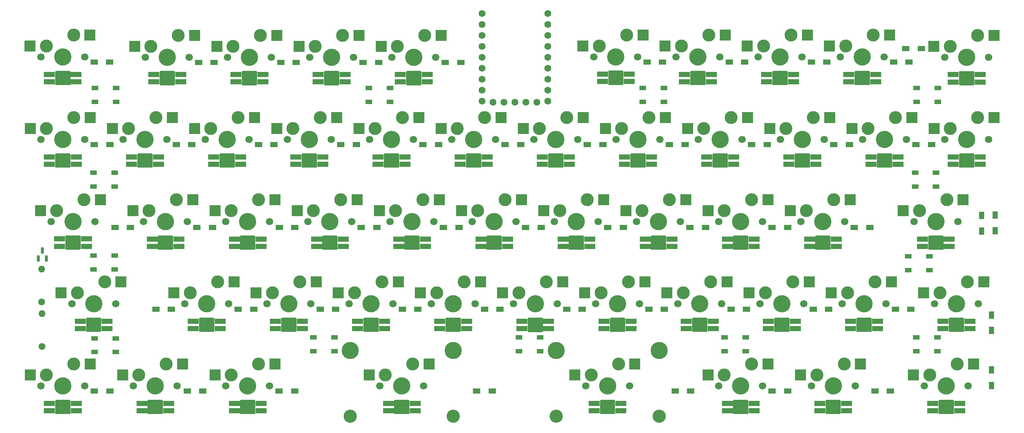
<source format=gbr>
G04 #@! TF.GenerationSoftware,KiCad,Pcbnew,(6.0.9)*
G04 #@! TF.CreationDate,2023-01-04T22:16:12+09:00*
G04 #@! TF.ProjectId,noraneko52r,6e6f7261-6e65-46b6-9f35-32722e6b6963,rev?*
G04 #@! TF.SameCoordinates,Original*
G04 #@! TF.FileFunction,Soldermask,Bot*
G04 #@! TF.FilePolarity,Negative*
%FSLAX46Y46*%
G04 Gerber Fmt 4.6, Leading zero omitted, Abs format (unit mm)*
G04 Created by KiCad (PCBNEW (6.0.9)) date 2023-01-04 22:16:12*
%MOMM*%
%LPD*%
G01*
G04 APERTURE LIST*
G04 Aperture macros list*
%AMRoundRect*
0 Rectangle with rounded corners*
0 $1 Rounding radius*
0 $2 $3 $4 $5 $6 $7 $8 $9 X,Y pos of 4 corners*
0 Add a 4 corners polygon primitive as box body*
4,1,4,$2,$3,$4,$5,$6,$7,$8,$9,$2,$3,0*
0 Add four circle primitives for the rounded corners*
1,1,$1+$1,$2,$3*
1,1,$1+$1,$4,$5*
1,1,$1+$1,$6,$7*
1,1,$1+$1,$8,$9*
0 Add four rect primitives between the rounded corners*
20,1,$1+$1,$2,$3,$4,$5,0*
20,1,$1+$1,$4,$5,$6,$7,0*
20,1,$1+$1,$6,$7,$8,$9,0*
20,1,$1+$1,$8,$9,$2,$3,0*%
G04 Aperture macros list end*
%ADD10C,4.000000*%
%ADD11C,1.700000*%
%ADD12C,3.000000*%
%ADD13R,2.600000X2.600000*%
%ADD14C,3.048000*%
%ADD15C,3.987800*%
%ADD16O,1.500000X3.300000*%
%ADD17O,0.300000X3.300000*%
%ADD18O,0.500000X3.300000*%
%ADD19O,3.500000X0.300000*%
%ADD20R,2.500000X1.200000*%
%ADD21R,1.700000X1.250000*%
%ADD22R,1.250000X1.700000*%
%ADD23R,1.500000X1.000000*%
%ADD24C,1.600000*%
%ADD25O,1.600000X1.600000*%
%ADD26RoundRect,0.150000X0.150000X-0.587500X0.150000X0.587500X-0.150000X0.587500X-0.150000X-0.587500X0*%
G04 APERTURE END LIST*
D10*
X279649500Y-99212500D03*
D11*
X274568418Y-99213239D03*
X284728418Y-99213239D03*
D12*
X282188418Y-94133239D03*
X275838418Y-96673239D03*
D13*
X285963418Y-94133239D03*
X272063418Y-96673239D03*
D12*
X301238418Y-94133239D03*
D10*
X298699500Y-99212500D03*
D11*
X303778418Y-99213239D03*
D12*
X294888418Y-96673239D03*
D11*
X293618418Y-99213239D03*
D13*
X305013418Y-94133239D03*
X291113418Y-96673239D03*
D12*
X185350918Y-58573239D03*
D10*
X189162000Y-61112500D03*
D11*
X194240918Y-61113239D03*
D12*
X191700918Y-56033239D03*
D11*
X184080918Y-61113239D03*
D13*
X195475918Y-56033239D03*
X181575918Y-58573239D03*
D11*
X141853418Y-80163239D03*
D12*
X132963418Y-77623239D03*
D10*
X136774500Y-80162500D03*
D11*
X131693418Y-80163239D03*
D12*
X139313418Y-75083239D03*
D13*
X143088418Y-75083239D03*
X129188418Y-77623239D03*
D10*
X270124500Y-118262500D03*
D12*
X272663418Y-113183239D03*
D11*
X275203418Y-118263239D03*
D12*
X266313418Y-115723239D03*
D11*
X265043418Y-118263239D03*
D13*
X276438418Y-113183239D03*
X262538418Y-115723239D03*
D11*
X145980918Y-61113239D03*
X156140918Y-61113239D03*
D12*
X147250918Y-58573239D03*
X153600918Y-56033239D03*
D10*
X151062000Y-61112500D03*
D13*
X157375918Y-56033239D03*
X143475918Y-58573239D03*
D11*
X118040918Y-118263239D03*
D10*
X112962000Y-118262500D03*
D12*
X109150918Y-115723239D03*
D11*
X107880918Y-118263239D03*
D12*
X115500918Y-113183239D03*
D13*
X119275918Y-113183239D03*
X105375918Y-115723239D03*
D12*
X313938918Y-115723239D03*
D11*
X322828918Y-118263239D03*
X312668918Y-118263239D03*
D12*
X320288918Y-113183239D03*
D10*
X317750000Y-118262500D03*
D13*
X324063918Y-113183239D03*
X310163918Y-115723239D03*
D11*
X315049418Y-99213239D03*
D10*
X320130500Y-99212500D03*
D12*
X316319418Y-96673239D03*
X322669418Y-94133239D03*
D11*
X325209418Y-99213239D03*
D13*
X326444418Y-94133239D03*
X312544418Y-96673239D03*
D10*
X155824500Y-80162500D03*
D12*
X158363418Y-75083239D03*
X152013418Y-77623239D03*
D11*
X160903418Y-80163239D03*
X150743418Y-80163239D03*
D13*
X162138418Y-75083239D03*
X148238418Y-77623239D03*
D12*
X194082418Y-113183239D03*
D11*
X186462418Y-118263239D03*
D14*
X179605500Y-125248239D03*
D10*
X191543500Y-118262500D03*
D11*
X196622418Y-118263239D03*
D15*
X203481500Y-110008239D03*
D12*
X187732418Y-115723239D03*
D14*
X203481500Y-125248239D03*
D15*
X179605500Y-110008239D03*
D13*
X197857418Y-113183239D03*
X183957418Y-115723239D03*
D11*
X246208918Y-41980739D03*
D12*
X243668918Y-36900739D03*
D11*
X236048918Y-41980739D03*
D10*
X241130000Y-41980000D03*
D12*
X237318918Y-39440739D03*
D13*
X247443918Y-36900739D03*
X233543918Y-39440739D03*
D10*
X265362000Y-61112500D03*
D11*
X270440918Y-61113239D03*
D12*
X261550918Y-58573239D03*
X267900918Y-56033239D03*
D11*
X260280918Y-61113239D03*
D13*
X271675918Y-56033239D03*
X257775918Y-58573239D03*
D10*
X146299500Y-99212500D03*
D12*
X142488418Y-96673239D03*
X148838418Y-94133239D03*
D11*
X141218418Y-99213239D03*
X151378418Y-99213239D03*
D13*
X152613418Y-94133239D03*
X138713418Y-96673239D03*
D10*
X279230000Y-41980000D03*
D11*
X274148918Y-41980739D03*
X284308918Y-41980739D03*
D12*
X275418918Y-39440739D03*
X281768918Y-36900739D03*
D13*
X285543918Y-36900739D03*
X271643918Y-39440739D03*
D11*
X298380918Y-61113239D03*
D12*
X299650918Y-58573239D03*
D10*
X303462000Y-61112500D03*
D11*
X308540918Y-61113239D03*
D12*
X306000918Y-56033239D03*
D13*
X309775918Y-56033239D03*
X295875918Y-58573239D03*
D12*
X237738418Y-96673239D03*
D11*
X246628418Y-99213239D03*
D10*
X241549500Y-99212500D03*
D11*
X236468418Y-99213239D03*
D12*
X244088418Y-94133239D03*
D13*
X247863418Y-94133239D03*
X233963418Y-96673239D03*
D10*
X322512000Y-61112500D03*
D11*
X327590918Y-61113239D03*
D12*
X318700918Y-58573239D03*
X325050918Y-56033239D03*
D11*
X317430918Y-61113239D03*
D13*
X328825918Y-56033239D03*
X314925918Y-58573239D03*
D12*
X158363418Y-113183239D03*
D10*
X155824500Y-118262500D03*
D11*
X150743418Y-118263239D03*
X160903418Y-118263239D03*
D12*
X152013418Y-115723239D03*
D13*
X162138418Y-113183239D03*
X148238418Y-115723239D03*
D11*
X241230918Y-61113239D03*
X251390918Y-61113239D03*
D12*
X248850918Y-56033239D03*
X242500918Y-58573239D03*
D10*
X246312000Y-61112500D03*
D13*
X252625918Y-56033239D03*
X238725918Y-58573239D03*
D11*
X217418418Y-99213239D03*
D12*
X225038418Y-94133239D03*
D11*
X227578418Y-99213239D03*
D10*
X222499500Y-99212500D03*
D12*
X218688418Y-96673239D03*
D13*
X228813418Y-94133239D03*
X214913418Y-96673239D03*
D12*
X133358918Y-39470739D03*
D11*
X132088918Y-42010739D03*
D10*
X137170000Y-42010000D03*
D11*
X142248918Y-42010739D03*
D12*
X139708918Y-36930739D03*
D13*
X143483918Y-36930739D03*
X129583918Y-39470739D03*
D12*
X204400918Y-58573239D03*
D10*
X208212000Y-61112500D03*
D11*
X213290918Y-61113239D03*
X203130918Y-61113239D03*
D12*
X210750918Y-56033239D03*
D13*
X214525918Y-56033239D03*
X200625918Y-58573239D03*
D10*
X120106000Y-99212500D03*
D11*
X115024918Y-99213239D03*
X125184918Y-99213239D03*
D12*
X116294918Y-96673239D03*
X122644918Y-94133239D03*
D13*
X126419918Y-94133239D03*
X112519918Y-96673239D03*
D11*
X320447418Y-80163239D03*
D12*
X317907418Y-75083239D03*
D11*
X310287418Y-80163239D03*
D10*
X315368500Y-80162500D03*
D12*
X311557418Y-77623239D03*
D13*
X321682418Y-75083239D03*
X307782418Y-77623239D03*
D12*
X134550918Y-56033239D03*
D11*
X126930918Y-61113239D03*
D12*
X128200918Y-58573239D03*
D11*
X137090918Y-61113239D03*
D10*
X132012000Y-61112500D03*
D13*
X138325918Y-56033239D03*
X124425918Y-58573239D03*
D11*
X118040918Y-61113239D03*
X107880918Y-61113239D03*
D12*
X109150918Y-58573239D03*
D10*
X112962000Y-61112500D03*
D12*
X115500918Y-56033239D03*
D13*
X119275918Y-56033239D03*
X105375918Y-58573239D03*
D12*
X161538418Y-96673239D03*
D11*
X170428418Y-99213239D03*
D12*
X167888418Y-94133239D03*
D10*
X165349500Y-99212500D03*
D11*
X160268418Y-99213239D03*
D13*
X171663418Y-94133239D03*
X157763418Y-96673239D03*
D10*
X156220000Y-42010000D03*
D11*
X151138918Y-42010739D03*
D12*
X152408918Y-39470739D03*
D11*
X161298918Y-42010739D03*
D12*
X158758918Y-36930739D03*
D13*
X162533918Y-36930739D03*
X148633918Y-39470739D03*
D10*
X112920000Y-41982500D03*
D11*
X117998918Y-41983239D03*
X107838918Y-41983239D03*
D12*
X109108918Y-39443239D03*
X115458918Y-36903239D03*
D13*
X119233918Y-36903239D03*
X105333918Y-39443239D03*
D10*
X270124500Y-80162500D03*
D11*
X275203418Y-80163239D03*
X265043418Y-80163239D03*
D12*
X272663418Y-75083239D03*
X266313418Y-77623239D03*
D13*
X276438418Y-75083239D03*
X262538418Y-77623239D03*
D11*
X189238918Y-42010739D03*
D12*
X190508918Y-39470739D03*
D11*
X199398918Y-42010739D03*
D12*
X196858918Y-36930739D03*
D10*
X194320000Y-42010000D03*
D13*
X200633918Y-36930739D03*
X186733918Y-39470739D03*
D11*
X317418918Y-42040739D03*
X327578918Y-42040739D03*
D12*
X318688918Y-39500739D03*
D10*
X322500000Y-42040000D03*
D12*
X325038918Y-36960739D03*
D13*
X328813918Y-36960739D03*
X314913918Y-39500739D03*
D12*
X223450918Y-58573239D03*
X229800918Y-56033239D03*
D11*
X232340918Y-61113239D03*
D10*
X227262000Y-61112500D03*
D11*
X222180918Y-61113239D03*
D13*
X233575918Y-56033239D03*
X219675918Y-58573239D03*
D11*
X110261918Y-80163239D03*
D12*
X117881918Y-75083239D03*
X111531918Y-77623239D03*
D11*
X120421918Y-80163239D03*
D10*
X115343000Y-80162500D03*
D13*
X121656918Y-75083239D03*
X107756918Y-77623239D03*
D11*
X265678418Y-99213239D03*
D12*
X263138418Y-94133239D03*
X256788418Y-96673239D03*
D10*
X260599500Y-99212500D03*
D11*
X255518418Y-99213239D03*
D13*
X266913418Y-94133239D03*
X253013418Y-96673239D03*
D11*
X265258918Y-41980739D03*
D10*
X260180000Y-41980000D03*
D12*
X256368918Y-39440739D03*
X262718918Y-36900739D03*
D11*
X255098918Y-41980739D03*
D13*
X266493918Y-36900739D03*
X252593918Y-39440739D03*
D12*
X300818918Y-36900739D03*
D11*
X303358918Y-41980739D03*
X293198918Y-41980739D03*
D12*
X294468918Y-39440739D03*
D10*
X298280000Y-41980000D03*
D13*
X304593918Y-36900739D03*
X290693918Y-39440739D03*
D12*
X280600918Y-58573239D03*
D11*
X279330918Y-61113239D03*
D12*
X286950918Y-56033239D03*
D10*
X284412000Y-61112500D03*
D11*
X289490918Y-61113239D03*
D13*
X290725918Y-56033239D03*
X276825918Y-58573239D03*
D12*
X234563418Y-75083239D03*
X228213418Y-77623239D03*
D11*
X226943418Y-80163239D03*
D10*
X232024500Y-80162500D03*
D11*
X237103418Y-80163239D03*
D13*
X238338418Y-75083239D03*
X224438418Y-77623239D03*
D11*
X256153418Y-80163239D03*
D12*
X247263418Y-77623239D03*
D11*
X245993418Y-80163239D03*
D12*
X253613418Y-75083239D03*
D10*
X251074500Y-80162500D03*
D13*
X257388418Y-75083239D03*
X243488418Y-77623239D03*
D12*
X130581918Y-115723239D03*
X136931918Y-113183239D03*
D11*
X139471918Y-118263239D03*
D10*
X134393000Y-118262500D03*
D11*
X129311918Y-118263239D03*
D13*
X140706918Y-113183239D03*
X126806918Y-115723239D03*
D10*
X212974500Y-80162500D03*
D11*
X218053418Y-80163239D03*
D12*
X215513418Y-75083239D03*
X209163418Y-77623239D03*
D11*
X207893418Y-80163239D03*
D13*
X219288418Y-75083239D03*
X205388418Y-77623239D03*
D11*
X180348918Y-42010739D03*
D10*
X175270000Y-42010000D03*
D12*
X177808918Y-36930739D03*
X171458918Y-39470739D03*
D11*
X170188918Y-42010739D03*
D13*
X181583918Y-36930739D03*
X167683918Y-39470739D03*
D12*
X205988418Y-94133239D03*
D11*
X208528418Y-99213239D03*
D10*
X203449500Y-99212500D03*
D11*
X198368418Y-99213239D03*
D12*
X199638418Y-96673239D03*
D13*
X209763418Y-94133239D03*
X195863418Y-96673239D03*
D12*
X294094418Y-113183239D03*
X287744418Y-115723239D03*
D10*
X291555500Y-118262500D03*
D11*
X286474418Y-118263239D03*
X296634418Y-118263239D03*
D13*
X297869418Y-113183239D03*
X283969418Y-115723239D03*
D10*
X193924500Y-80162500D03*
D12*
X190113418Y-77623239D03*
X196463418Y-75083239D03*
D11*
X199003418Y-80163239D03*
X188843418Y-80163239D03*
D13*
X200238418Y-75083239D03*
X186338418Y-77623239D03*
D12*
X186938418Y-94133239D03*
D11*
X189478418Y-99213239D03*
X179318418Y-99213239D03*
D12*
X180588418Y-96673239D03*
D10*
X184399500Y-99212500D03*
D13*
X190713418Y-94133239D03*
X176813418Y-96673239D03*
D11*
X244321518Y-118263239D03*
D12*
X241781518Y-113183239D03*
D14*
X251180600Y-125247500D03*
D10*
X239242600Y-118262500D03*
D12*
X235431518Y-115723239D03*
D14*
X227304600Y-125247500D03*
D15*
X227304600Y-110007500D03*
D11*
X234161518Y-118263239D03*
D15*
X251180600Y-110007500D03*
D13*
X245556518Y-113183239D03*
X231656518Y-115723239D03*
D11*
X169793418Y-80163239D03*
D12*
X177413418Y-75083239D03*
D11*
X179953418Y-80163239D03*
D10*
X174874500Y-80162500D03*
D12*
X171063418Y-77623239D03*
D13*
X181188418Y-75083239D03*
X167288418Y-77623239D03*
D12*
X291713418Y-75083239D03*
D11*
X294253418Y-80163239D03*
D10*
X289174500Y-80162500D03*
D11*
X284093418Y-80163239D03*
D12*
X285363418Y-77623239D03*
D13*
X295488418Y-75083239D03*
X281588418Y-77623239D03*
D11*
X175190918Y-61113239D03*
D12*
X172650918Y-56033239D03*
D10*
X170112000Y-61112500D03*
D11*
X165030918Y-61113239D03*
D12*
X166300918Y-58573239D03*
D13*
X176425918Y-56033239D03*
X162525918Y-58573239D03*
D16*
X155510000Y-46867500D03*
D17*
X157810000Y-46867500D03*
X154610000Y-46867500D03*
D16*
X156460000Y-46867500D03*
D18*
X154885000Y-46867500D03*
D16*
X156885000Y-46867500D03*
D18*
X157535000Y-46867500D03*
D19*
X156210000Y-45367500D03*
X156210000Y-48367500D03*
D20*
X159320000Y-47737500D03*
X159320000Y-46025000D03*
X153110000Y-46025000D03*
X153110000Y-47737500D03*
D16*
X137014500Y-85020000D03*
X136064500Y-85020000D03*
D18*
X138089500Y-85020000D03*
D19*
X136764500Y-86520000D03*
D18*
X135439500Y-85020000D03*
D17*
X138364500Y-85020000D03*
D16*
X137439500Y-85020000D03*
D17*
X135164500Y-85020000D03*
D19*
X136764500Y-83520000D03*
D20*
X139874500Y-85890000D03*
X139874500Y-84177500D03*
X133664500Y-84177500D03*
X133664500Y-85890000D03*
D19*
X239232600Y-124620000D03*
D16*
X239907600Y-123120000D03*
D19*
X239232600Y-121620000D03*
D18*
X237907600Y-123120000D03*
D16*
X238532600Y-123120000D03*
D17*
X240832600Y-123120000D03*
D16*
X239482600Y-123120000D03*
D17*
X237632600Y-123120000D03*
D18*
X240557600Y-123120000D03*
D20*
X242342600Y-123990000D03*
X242342600Y-122277500D03*
X236132600Y-122277500D03*
X236132600Y-123990000D03*
D16*
X166014500Y-104070000D03*
X164639500Y-104070000D03*
D17*
X166939500Y-104070000D03*
D18*
X166664500Y-104070000D03*
D16*
X165589500Y-104070000D03*
D19*
X165339500Y-102570000D03*
D18*
X164014500Y-104070000D03*
D17*
X163739500Y-104070000D03*
D19*
X165339500Y-105570000D03*
D20*
X168449500Y-104940000D03*
X168449500Y-103227500D03*
X162239500Y-103227500D03*
X162239500Y-104940000D03*
D21*
X271028000Y-43157500D03*
X267428000Y-43157500D03*
D19*
X112952000Y-64470000D03*
X112952000Y-67470000D03*
D16*
X113627000Y-65970000D03*
D18*
X111627000Y-65970000D03*
D17*
X114552000Y-65970000D03*
D16*
X112252000Y-65970000D03*
X113202000Y-65970000D03*
D17*
X111352000Y-65970000D03*
D18*
X114277000Y-65970000D03*
D20*
X116062000Y-66840000D03*
X116062000Y-65127500D03*
X109852000Y-65127500D03*
X109852000Y-66840000D03*
D16*
X317040000Y-123120000D03*
D17*
X319340000Y-123120000D03*
D16*
X317990000Y-123120000D03*
D18*
X316415000Y-123120000D03*
D16*
X318415000Y-123120000D03*
D17*
X316140000Y-123120000D03*
D19*
X317740000Y-121620000D03*
X317740000Y-124620000D03*
D18*
X319065000Y-123120000D03*
D20*
X320850000Y-123990000D03*
X320850000Y-122277500D03*
X314640000Y-122277500D03*
X314640000Y-123990000D03*
D21*
X123830000Y-119395000D03*
X120230000Y-119395000D03*
X276240000Y-62290000D03*
X272640000Y-62290000D03*
D16*
X120771000Y-104070000D03*
D18*
X118771000Y-104070000D03*
D17*
X121696000Y-104070000D03*
D16*
X119396000Y-104070000D03*
D19*
X120096000Y-102570000D03*
D16*
X120346000Y-104070000D03*
D17*
X118496000Y-104070000D03*
D19*
X120096000Y-105570000D03*
D18*
X121421000Y-104070000D03*
D20*
X123206000Y-104940000D03*
X123206000Y-103227500D03*
X116996000Y-103227500D03*
X116996000Y-104940000D03*
D18*
X113985000Y-85000000D03*
D17*
X113710000Y-85000000D03*
D19*
X115310000Y-83500000D03*
X115310000Y-86500000D03*
D16*
X114610000Y-85000000D03*
D17*
X116910000Y-85000000D03*
D16*
X115560000Y-85000000D03*
D18*
X116635000Y-85000000D03*
D16*
X115985000Y-85000000D03*
D20*
X118420000Y-85870000D03*
X118420000Y-84157500D03*
X112210000Y-84157500D03*
X112210000Y-85870000D03*
D16*
X146964500Y-104070000D03*
D18*
X144964500Y-104070000D03*
D19*
X146289500Y-102570000D03*
D17*
X147889500Y-104070000D03*
D16*
X146539500Y-104070000D03*
D18*
X147614500Y-104070000D03*
D16*
X145589500Y-104070000D03*
D19*
X146289500Y-105570000D03*
D17*
X144689500Y-104070000D03*
D20*
X149399500Y-104940000D03*
X149399500Y-103227500D03*
X143189500Y-103227500D03*
X143189500Y-104940000D03*
D22*
X329090000Y-82260000D03*
X329090000Y-78660000D03*
D17*
X268514500Y-85020000D03*
D16*
X270364500Y-85020000D03*
X270789500Y-85020000D03*
D18*
X268789500Y-85020000D03*
D17*
X271714500Y-85020000D03*
D18*
X271439500Y-85020000D03*
D19*
X270114500Y-86520000D03*
D16*
X269414500Y-85020000D03*
D19*
X270114500Y-83520000D03*
D20*
X273224500Y-85890000D03*
X273224500Y-84177500D03*
X267014500Y-84177500D03*
X267014500Y-85890000D03*
D16*
X113585000Y-46840000D03*
D19*
X112910000Y-48340000D03*
D17*
X111310000Y-46840000D03*
D19*
X112910000Y-45340000D03*
D16*
X112210000Y-46840000D03*
X113160000Y-46840000D03*
D18*
X111585000Y-46840000D03*
D17*
X114510000Y-46840000D03*
D18*
X114235000Y-46840000D03*
D20*
X116020000Y-47710000D03*
X116020000Y-45997500D03*
X109810000Y-45997500D03*
X109810000Y-47710000D03*
D23*
X120350000Y-110400000D03*
X120350000Y-107200000D03*
X125250000Y-107200000D03*
X125250000Y-110400000D03*
D16*
X297570000Y-46837500D03*
D17*
X299870000Y-46837500D03*
D19*
X298270000Y-48337500D03*
D16*
X298520000Y-46837500D03*
D18*
X299595000Y-46837500D03*
D17*
X296670000Y-46837500D03*
D16*
X298945000Y-46837500D03*
D18*
X296945000Y-46837500D03*
D19*
X298270000Y-45337500D03*
D20*
X301380000Y-47707500D03*
X301380000Y-45995000D03*
X295170000Y-45995000D03*
X295170000Y-47707500D03*
D21*
X309158000Y-43157500D03*
X305558000Y-43157500D03*
D17*
X262189500Y-104070000D03*
D18*
X259264500Y-104070000D03*
D16*
X260839500Y-104070000D03*
D17*
X258989500Y-104070000D03*
D19*
X260589500Y-105570000D03*
D16*
X259889500Y-104070000D03*
X261264500Y-104070000D03*
D19*
X260589500Y-102570000D03*
D18*
X261914500Y-104070000D03*
D20*
X263699500Y-104940000D03*
X263699500Y-103227500D03*
X257489500Y-103227500D03*
X257489500Y-104940000D03*
D21*
X295290000Y-62290000D03*
X291690000Y-62290000D03*
D16*
X194560000Y-46867500D03*
X194985000Y-46867500D03*
D17*
X195910000Y-46867500D03*
D19*
X194310000Y-48367500D03*
D18*
X192985000Y-46867500D03*
D19*
X194310000Y-45367500D03*
D17*
X192710000Y-46867500D03*
D18*
X195635000Y-46867500D03*
D16*
X193610000Y-46867500D03*
D20*
X197420000Y-47737500D03*
X197420000Y-46025000D03*
X191210000Y-46025000D03*
X191210000Y-47737500D03*
D16*
X227927000Y-65970000D03*
D19*
X227252000Y-67470000D03*
D18*
X228577000Y-65970000D03*
D16*
X227502000Y-65970000D03*
D17*
X225652000Y-65970000D03*
X228852000Y-65970000D03*
D16*
X226552000Y-65970000D03*
D19*
X227252000Y-64470000D03*
D18*
X225927000Y-65970000D03*
D20*
X230362000Y-66840000D03*
X230362000Y-65127500D03*
X224152000Y-65127500D03*
X224152000Y-66840000D03*
D21*
X257200000Y-62290000D03*
X253600000Y-62290000D03*
D18*
X135835000Y-46867500D03*
D19*
X137160000Y-45367500D03*
D16*
X137410000Y-46867500D03*
D19*
X137160000Y-48367500D03*
D16*
X136460000Y-46867500D03*
D17*
X135560000Y-46867500D03*
D16*
X137835000Y-46867500D03*
D18*
X138485000Y-46867500D03*
D17*
X138760000Y-46867500D03*
D20*
X140270000Y-47737500D03*
X140270000Y-46025000D03*
X134060000Y-46025000D03*
X134060000Y-47737500D03*
D17*
X130402000Y-65970000D03*
D19*
X132002000Y-67470000D03*
D18*
X130677000Y-65970000D03*
D16*
X131302000Y-65970000D03*
X132252000Y-65970000D03*
D17*
X133602000Y-65970000D03*
D16*
X132677000Y-65970000D03*
D18*
X133327000Y-65970000D03*
D19*
X132002000Y-64470000D03*
D20*
X135112000Y-66840000D03*
X135112000Y-65127500D03*
X128902000Y-65127500D03*
X128902000Y-66840000D03*
D16*
X221775000Y-104090000D03*
D19*
X222475000Y-105590000D03*
X222475000Y-102590000D03*
D18*
X223800000Y-104090000D03*
X221150000Y-104090000D03*
D17*
X224075000Y-104090000D03*
X220875000Y-104090000D03*
D16*
X223150000Y-104090000D03*
X222725000Y-104090000D03*
D20*
X225585000Y-104960000D03*
X225585000Y-103247500D03*
X219375000Y-103247500D03*
X219375000Y-104960000D03*
D18*
X239845000Y-46800000D03*
D17*
X239570000Y-46800000D03*
D16*
X241845000Y-46800000D03*
X240470000Y-46800000D03*
X241420000Y-46800000D03*
D17*
X242770000Y-46800000D03*
D19*
X241170000Y-48300000D03*
D18*
X242495000Y-46800000D03*
D19*
X241170000Y-45300000D03*
D20*
X244280000Y-47670000D03*
X244280000Y-45957500D03*
X238070000Y-45957500D03*
X238070000Y-47670000D03*
D21*
X205198000Y-43187500D03*
X201598000Y-43187500D03*
X223850000Y-81465000D03*
X220250000Y-81465000D03*
D24*
X108050000Y-98780000D03*
D25*
X108050000Y-91160000D03*
D18*
X292870500Y-123120000D03*
D16*
X292220500Y-123120000D03*
X291795500Y-123120000D03*
X290845500Y-123120000D03*
D19*
X291545500Y-124620000D03*
D17*
X289945500Y-123120000D03*
D18*
X290220500Y-123120000D03*
D17*
X293145500Y-123120000D03*
D19*
X291545500Y-121620000D03*
D20*
X294655500Y-123990000D03*
X294655500Y-122277500D03*
X288445500Y-122277500D03*
X288445500Y-123990000D03*
D16*
X269414500Y-123120000D03*
D19*
X270114500Y-121620000D03*
D17*
X268514500Y-123120000D03*
D16*
X270789500Y-123120000D03*
D19*
X270114500Y-124620000D03*
D18*
X268789500Y-123120000D03*
D17*
X271714500Y-123120000D03*
D16*
X270364500Y-123120000D03*
D18*
X271439500Y-123120000D03*
D20*
X273224500Y-123990000D03*
X273224500Y-122277500D03*
X267014500Y-122277500D03*
X267014500Y-123990000D03*
D18*
X252389500Y-85020000D03*
D19*
X251064500Y-86520000D03*
D16*
X251314500Y-85020000D03*
D19*
X251064500Y-83520000D03*
D16*
X251739500Y-85020000D03*
D18*
X249739500Y-85020000D03*
D17*
X249464500Y-85020000D03*
D16*
X250364500Y-85020000D03*
D17*
X252664500Y-85020000D03*
D20*
X254174500Y-85890000D03*
X254174500Y-84177500D03*
X247964500Y-84177500D03*
X247964500Y-85890000D03*
D21*
X200040000Y-62290000D03*
X196440000Y-62290000D03*
D19*
X265352000Y-67470000D03*
X265352000Y-64470000D03*
D18*
X266677000Y-65970000D03*
D16*
X266027000Y-65970000D03*
D17*
X263752000Y-65970000D03*
X266952000Y-65970000D03*
D16*
X264652000Y-65970000D03*
D18*
X264027000Y-65970000D03*
D16*
X265602000Y-65970000D03*
D20*
X268462000Y-66840000D03*
X268462000Y-65127500D03*
X262252000Y-65127500D03*
X262252000Y-66840000D03*
D18*
X323815000Y-46897500D03*
D19*
X322490000Y-48397500D03*
D16*
X322740000Y-46897500D03*
D18*
X321165000Y-46897500D03*
D16*
X321790000Y-46897500D03*
X323165000Y-46897500D03*
D19*
X322490000Y-45397500D03*
D17*
X324090000Y-46897500D03*
X320890000Y-46897500D03*
D20*
X325600000Y-47767500D03*
X325600000Y-46055000D03*
X319390000Y-46055000D03*
X319390000Y-47767500D03*
D18*
X318795500Y-104070000D03*
D19*
X320120500Y-102570000D03*
D16*
X319420500Y-104070000D03*
D17*
X321720500Y-104070000D03*
D16*
X320370500Y-104070000D03*
D18*
X321445500Y-104070000D03*
D19*
X320120500Y-105570000D03*
D17*
X318520500Y-104070000D03*
D16*
X320795500Y-104070000D03*
D20*
X323230500Y-104940000D03*
X323230500Y-103227500D03*
X317020500Y-103227500D03*
X317020500Y-104940000D03*
D21*
X304810000Y-119395000D03*
X301210000Y-119395000D03*
D23*
X124975000Y-88000000D03*
X124975000Y-91200000D03*
X120075000Y-91200000D03*
X120075000Y-88000000D03*
D21*
X157190000Y-100475000D03*
X153590000Y-100475000D03*
D16*
X175935000Y-46867500D03*
D19*
X175260000Y-45367500D03*
X175260000Y-48367500D03*
D18*
X173935000Y-46867500D03*
D17*
X173660000Y-46867500D03*
D16*
X175510000Y-46867500D03*
D18*
X176585000Y-46867500D03*
D17*
X176860000Y-46867500D03*
D16*
X174560000Y-46867500D03*
D20*
X178370000Y-47737500D03*
X178370000Y-46025000D03*
X172160000Y-46025000D03*
X172160000Y-47737500D03*
D16*
X231314500Y-85020000D03*
D17*
X230414500Y-85020000D03*
X233614500Y-85020000D03*
D19*
X232014500Y-83520000D03*
D18*
X233339500Y-85020000D03*
X230689500Y-85020000D03*
D16*
X232689500Y-85020000D03*
D19*
X232014500Y-86520000D03*
D16*
X232264500Y-85020000D03*
D20*
X235124500Y-85890000D03*
X235124500Y-84177500D03*
X228914500Y-84177500D03*
X228914500Y-85890000D03*
D18*
X204764500Y-104070000D03*
D16*
X204114500Y-104070000D03*
D17*
X205039500Y-104070000D03*
X201839500Y-104070000D03*
D16*
X203689500Y-104070000D03*
X202739500Y-104070000D03*
D19*
X203439500Y-105570000D03*
X203439500Y-102570000D03*
D18*
X202114500Y-104070000D03*
D20*
X206549500Y-104940000D03*
X206549500Y-103227500D03*
X200339500Y-103227500D03*
X200339500Y-104940000D03*
D23*
X308950000Y-91400000D03*
X308950000Y-88200000D03*
X313850000Y-88200000D03*
X313850000Y-91400000D03*
D21*
X180980000Y-62290000D03*
X177380000Y-62290000D03*
D16*
X193214500Y-85020000D03*
X194589500Y-85020000D03*
D18*
X195239500Y-85020000D03*
D16*
X194164500Y-85020000D03*
D19*
X193914500Y-86520000D03*
D17*
X192314500Y-85020000D03*
X195514500Y-85020000D03*
D19*
X193914500Y-83520000D03*
D18*
X192589500Y-85020000D03*
D20*
X197024500Y-85890000D03*
X197024500Y-84177500D03*
X190814500Y-84177500D03*
X190814500Y-85890000D03*
D21*
X166690000Y-119395000D03*
X163090000Y-119395000D03*
D17*
X301852000Y-65970000D03*
D18*
X302127000Y-65970000D03*
D16*
X303702000Y-65970000D03*
D18*
X304777000Y-65970000D03*
D16*
X302752000Y-65970000D03*
D17*
X305052000Y-65970000D03*
D19*
X303452000Y-64470000D03*
D16*
X304127000Y-65970000D03*
D19*
X303452000Y-67470000D03*
D20*
X306562000Y-66840000D03*
X306562000Y-65127500D03*
X300352000Y-65127500D03*
X300352000Y-66840000D03*
D19*
X241539500Y-105570000D03*
D17*
X239939500Y-104070000D03*
X243139500Y-104070000D03*
D18*
X240214500Y-104070000D03*
X242864500Y-104070000D03*
D16*
X241789500Y-104070000D03*
D19*
X241539500Y-102570000D03*
D16*
X240839500Y-104070000D03*
X242214500Y-104070000D03*
D20*
X244649500Y-104940000D03*
X244649500Y-103227500D03*
X238439500Y-103227500D03*
X238439500Y-104940000D03*
D21*
X311960000Y-40005000D03*
X308360000Y-40005000D03*
D17*
X211364500Y-85020000D03*
X214564500Y-85020000D03*
D16*
X213214500Y-85020000D03*
D18*
X211639500Y-85020000D03*
D16*
X212264500Y-85020000D03*
X213639500Y-85020000D03*
D19*
X212964500Y-83520000D03*
X212964500Y-86520000D03*
D18*
X214289500Y-85020000D03*
D20*
X216074500Y-85890000D03*
X216074500Y-84177500D03*
X209864500Y-84177500D03*
X209864500Y-85890000D03*
D22*
X325935000Y-82340000D03*
X325935000Y-78740000D03*
D16*
X288464500Y-85020000D03*
D18*
X290489500Y-85020000D03*
D17*
X290764500Y-85020000D03*
D16*
X289414500Y-85020000D03*
D18*
X287839500Y-85020000D03*
D19*
X289164500Y-86520000D03*
X289164500Y-83520000D03*
D17*
X287564500Y-85020000D03*
D16*
X289839500Y-85020000D03*
D20*
X292274500Y-85890000D03*
X292274500Y-84177500D03*
X286064500Y-84177500D03*
X286064500Y-85890000D03*
D21*
X242900000Y-81465000D03*
X239300000Y-81465000D03*
X309560000Y-100475000D03*
X305960000Y-100475000D03*
D23*
X171050000Y-110200000D03*
X171050000Y-107000000D03*
X175950000Y-107000000D03*
X175950000Y-110200000D03*
D21*
X300050000Y-81465000D03*
X296450000Y-81465000D03*
X280990000Y-81465000D03*
X277390000Y-81465000D03*
D23*
X252291667Y-49170000D03*
X252291667Y-52370000D03*
X247391667Y-52370000D03*
X247391667Y-49170000D03*
D17*
X320902000Y-65970000D03*
D18*
X323827000Y-65970000D03*
D16*
X323177000Y-65970000D03*
D19*
X322502000Y-67470000D03*
D16*
X322752000Y-65970000D03*
D19*
X322502000Y-64470000D03*
D18*
X321177000Y-65970000D03*
D17*
X324102000Y-65970000D03*
D16*
X321802000Y-65970000D03*
D20*
X325612000Y-66840000D03*
X325612000Y-65127500D03*
X319402000Y-65127500D03*
X319402000Y-66840000D03*
D23*
X124950000Y-68800000D03*
X124950000Y-72000000D03*
X120050000Y-72000000D03*
X120050000Y-68800000D03*
D21*
X258500000Y-119395000D03*
X254900000Y-119395000D03*
D18*
X300014500Y-104070000D03*
D16*
X298939500Y-104070000D03*
X299364500Y-104070000D03*
D17*
X300289500Y-104070000D03*
D19*
X298689500Y-102570000D03*
D16*
X297989500Y-104070000D03*
D19*
X298689500Y-105570000D03*
D18*
X297364500Y-104070000D03*
D17*
X297089500Y-104070000D03*
D20*
X301799500Y-104940000D03*
X301799500Y-103227500D03*
X295589500Y-103227500D03*
X295589500Y-104940000D03*
D21*
X145380000Y-119395000D03*
X141780000Y-119395000D03*
D17*
X209802000Y-65970000D03*
D19*
X208202000Y-64470000D03*
D17*
X206602000Y-65970000D03*
D19*
X208202000Y-67470000D03*
D16*
X208877000Y-65970000D03*
X208452000Y-65970000D03*
D18*
X206877000Y-65970000D03*
X209527000Y-65970000D03*
D16*
X207502000Y-65970000D03*
D20*
X211312000Y-66840000D03*
X211312000Y-65127500D03*
X205102000Y-65127500D03*
X205102000Y-66840000D03*
D21*
X219090000Y-62290000D03*
X215490000Y-62290000D03*
D19*
X284402000Y-67470000D03*
D16*
X283702000Y-65970000D03*
D18*
X285727000Y-65970000D03*
D19*
X284402000Y-64470000D03*
D16*
X285077000Y-65970000D03*
D17*
X286002000Y-65970000D03*
D16*
X284652000Y-65970000D03*
D18*
X283077000Y-65970000D03*
D17*
X282802000Y-65970000D03*
D20*
X287512000Y-66840000D03*
X287512000Y-65127500D03*
X281302000Y-65127500D03*
X281302000Y-66840000D03*
D16*
X190833500Y-123120000D03*
D17*
X193133500Y-123120000D03*
D19*
X191533500Y-121620000D03*
D18*
X192858500Y-123120000D03*
D19*
X191533500Y-124620000D03*
D18*
X190208500Y-123120000D03*
D16*
X191783500Y-123120000D03*
X192208500Y-123120000D03*
D17*
X189933500Y-123120000D03*
D20*
X194643500Y-123990000D03*
X194643500Y-122277500D03*
X188433500Y-122277500D03*
X188433500Y-123990000D03*
D23*
X315420000Y-68800000D03*
X315420000Y-72000000D03*
X310520000Y-72000000D03*
X310520000Y-68800000D03*
D17*
X171702000Y-65970000D03*
D18*
X171427000Y-65970000D03*
D16*
X170352000Y-65970000D03*
X170777000Y-65970000D03*
D18*
X168777000Y-65970000D03*
D17*
X168502000Y-65970000D03*
D19*
X170102000Y-67470000D03*
X170102000Y-64470000D03*
D16*
X169402000Y-65970000D03*
D20*
X173212000Y-66840000D03*
X173212000Y-65127500D03*
X167002000Y-65127500D03*
X167002000Y-66840000D03*
D16*
X315608500Y-85020000D03*
D18*
X314033500Y-85020000D03*
D19*
X315358500Y-83520000D03*
D16*
X314658500Y-85020000D03*
X316033500Y-85020000D03*
D19*
X315358500Y-86520000D03*
D17*
X316958500Y-85020000D03*
D18*
X316683500Y-85020000D03*
D17*
X313758500Y-85020000D03*
D20*
X318468500Y-85890000D03*
X318468500Y-84177500D03*
X312258500Y-84177500D03*
X312258500Y-85890000D03*
D17*
X154214500Y-85020000D03*
D18*
X154489500Y-85020000D03*
D16*
X155114500Y-85020000D03*
D19*
X155814500Y-83520000D03*
X155814500Y-86520000D03*
D16*
X156064500Y-85020000D03*
X156489500Y-85020000D03*
D18*
X157139500Y-85020000D03*
D17*
X157414500Y-85020000D03*
D20*
X158924500Y-85890000D03*
X158924500Y-84177500D03*
X152714500Y-84177500D03*
X152714500Y-85890000D03*
D21*
X280990000Y-119395000D03*
X277390000Y-119395000D03*
X290530000Y-100475000D03*
X286930000Y-100475000D03*
D23*
X188798334Y-49170000D03*
X188798334Y-52370000D03*
X183898334Y-52370000D03*
X183898334Y-49170000D03*
D16*
X156489500Y-123120000D03*
D19*
X155814500Y-121620000D03*
D18*
X154489500Y-123120000D03*
D17*
X154214500Y-123120000D03*
D18*
X157139500Y-123120000D03*
D16*
X156064500Y-123120000D03*
D17*
X157414500Y-123120000D03*
D19*
X155814500Y-124620000D03*
D16*
X155114500Y-123120000D03*
D20*
X158924500Y-123990000D03*
X158924500Y-122277500D03*
X152714500Y-122277500D03*
X152714500Y-123990000D03*
D21*
X148028000Y-43187500D03*
X144428000Y-43187500D03*
X290098000Y-43157500D03*
X286498000Y-43157500D03*
D16*
X151727000Y-65970000D03*
D19*
X151052000Y-64470000D03*
D16*
X151302000Y-65970000D03*
D17*
X152652000Y-65970000D03*
X149452000Y-65970000D03*
D16*
X150352000Y-65970000D03*
D18*
X149727000Y-65970000D03*
X152377000Y-65970000D03*
D19*
X151052000Y-67470000D03*
D20*
X154162000Y-66840000D03*
X154162000Y-65127500D03*
X147952000Y-65127500D03*
X147952000Y-66840000D03*
D23*
X266355000Y-110200000D03*
X266355000Y-107000000D03*
X271255000Y-107000000D03*
X271255000Y-110200000D03*
D22*
X328220000Y-118150000D03*
X328220000Y-114550000D03*
D21*
X195260000Y-100475000D03*
X191660000Y-100475000D03*
D18*
X261495000Y-46837500D03*
D16*
X260420000Y-46837500D03*
D19*
X260170000Y-48337500D03*
D17*
X258570000Y-46837500D03*
D18*
X258845000Y-46837500D03*
D19*
X260170000Y-45337500D03*
D17*
X261770000Y-46837500D03*
D16*
X260845000Y-46837500D03*
X259470000Y-46837500D03*
D20*
X263280000Y-47707500D03*
X263280000Y-45995000D03*
X257070000Y-45995000D03*
X257070000Y-47707500D03*
D17*
X247902000Y-65970000D03*
D18*
X247627000Y-65970000D03*
X244977000Y-65970000D03*
D19*
X246302000Y-64470000D03*
D16*
X246977000Y-65970000D03*
X246552000Y-65970000D03*
D17*
X244702000Y-65970000D03*
D16*
X245602000Y-65970000D03*
D19*
X246302000Y-67470000D03*
D20*
X249412000Y-66840000D03*
X249412000Y-65127500D03*
X243202000Y-65127500D03*
X243202000Y-66840000D03*
D26*
X109160000Y-88690000D03*
X107260000Y-88690000D03*
X108210000Y-86815000D03*
D21*
X167068000Y-43187500D03*
X163468000Y-43187500D03*
X233370000Y-100475000D03*
X229770000Y-100475000D03*
X147650000Y-81465000D03*
X144050000Y-81465000D03*
X128610000Y-81465000D03*
X125010000Y-81465000D03*
D19*
X279220000Y-48337500D03*
D16*
X279895000Y-46837500D03*
D18*
X277895000Y-46837500D03*
D19*
X279220000Y-45337500D03*
D16*
X278520000Y-46837500D03*
D17*
X280820000Y-46837500D03*
X277620000Y-46837500D03*
D16*
X279470000Y-46837500D03*
D18*
X280545000Y-46837500D03*
D20*
X282330000Y-47707500D03*
X282330000Y-45995000D03*
X276120000Y-45995000D03*
X276120000Y-47707500D03*
D21*
X261940000Y-81465000D03*
X258340000Y-81465000D03*
X212480000Y-119395000D03*
X208880000Y-119395000D03*
X138130000Y-100475000D03*
X134530000Y-100475000D03*
X314330000Y-62290000D03*
X310730000Y-62290000D03*
D18*
X135708000Y-123120000D03*
D19*
X134383000Y-124620000D03*
D16*
X134633000Y-123120000D03*
D17*
X132783000Y-123120000D03*
D16*
X133683000Y-123120000D03*
D17*
X135983000Y-123120000D03*
D16*
X135058000Y-123120000D03*
D19*
X134383000Y-121620000D03*
D18*
X133058000Y-123120000D03*
D20*
X137493000Y-123990000D03*
X137493000Y-122277500D03*
X131283000Y-122277500D03*
X131283000Y-123990000D03*
D16*
X112252000Y-123120000D03*
D19*
X112952000Y-121620000D03*
D17*
X111352000Y-123120000D03*
D18*
X111627000Y-123120000D03*
D19*
X112952000Y-124620000D03*
D17*
X114552000Y-123120000D03*
D16*
X113627000Y-123120000D03*
D18*
X114277000Y-123120000D03*
D16*
X113202000Y-123120000D03*
D20*
X116062000Y-123990000D03*
X116062000Y-122277500D03*
X109852000Y-122277500D03*
X109852000Y-123990000D03*
D19*
X279639500Y-102570000D03*
D18*
X280964500Y-104070000D03*
D16*
X280314500Y-104070000D03*
X279889500Y-104070000D03*
X278939500Y-104070000D03*
D17*
X278039500Y-104070000D03*
D18*
X278314500Y-104070000D03*
D17*
X281239500Y-104070000D03*
D19*
X279639500Y-105570000D03*
D20*
X282749500Y-104940000D03*
X282749500Y-103227500D03*
X276539500Y-103227500D03*
X276539500Y-104940000D03*
D21*
X166710000Y-81465000D03*
X163110000Y-81465000D03*
X176230000Y-100475000D03*
X172630000Y-100475000D03*
X252420000Y-100475000D03*
X248820000Y-100475000D03*
D23*
X218675000Y-110200000D03*
X218675000Y-107000000D03*
X223575000Y-107000000D03*
X223575000Y-110200000D03*
D21*
X123850000Y-62290000D03*
X120250000Y-62290000D03*
X204790000Y-81465000D03*
X201190000Y-81465000D03*
X185750000Y-81465000D03*
X182150000Y-81465000D03*
D22*
X328212000Y-105400000D03*
X328212000Y-101800000D03*
D16*
X185064500Y-104070000D03*
X184639500Y-104070000D03*
D18*
X183064500Y-104070000D03*
X185714500Y-104070000D03*
D19*
X184389500Y-105570000D03*
D16*
X183689500Y-104070000D03*
D17*
X182789500Y-104070000D03*
X185989500Y-104070000D03*
D19*
X184389500Y-102570000D03*
D20*
X187499500Y-104940000D03*
X187499500Y-103227500D03*
X181289500Y-103227500D03*
X181289500Y-104940000D03*
D23*
X310833000Y-110200000D03*
X310833000Y-107000000D03*
X315733000Y-107000000D03*
X315733000Y-110200000D03*
D24*
X210110000Y-31900000D03*
X210110000Y-34440000D03*
X210110000Y-36980000D03*
X210110000Y-39520000D03*
X210110000Y-42060000D03*
X210110000Y-44600000D03*
X210110000Y-47140000D03*
X210110000Y-49680000D03*
X210110000Y-52220000D03*
X212650000Y-52430000D03*
X215190000Y-52430000D03*
X217730000Y-52430000D03*
X220270000Y-52430000D03*
X222810000Y-52430000D03*
X225350000Y-52220000D03*
X225350000Y-49680000D03*
X225350000Y-47140000D03*
X225350000Y-44600000D03*
X225350000Y-42060000D03*
X225350000Y-39520000D03*
X225350000Y-36980000D03*
X225350000Y-34440000D03*
X225350000Y-31900000D03*
D23*
X125305000Y-49150000D03*
X125305000Y-52350000D03*
X120405000Y-52350000D03*
X120405000Y-49150000D03*
D24*
X108120000Y-109100000D03*
D25*
X108120000Y-101480000D03*
D16*
X189827000Y-65970000D03*
D17*
X190752000Y-65970000D03*
D19*
X189152000Y-67470000D03*
D18*
X187827000Y-65970000D03*
D16*
X188452000Y-65970000D03*
D17*
X187552000Y-65970000D03*
D18*
X190477000Y-65970000D03*
D16*
X189402000Y-65970000D03*
D19*
X189152000Y-64470000D03*
D20*
X192262000Y-66840000D03*
X192262000Y-65127500D03*
X186052000Y-65127500D03*
X186052000Y-66840000D03*
D21*
X271480000Y-100475000D03*
X267880000Y-100475000D03*
X142870000Y-62290000D03*
X139270000Y-62290000D03*
X238140000Y-62290000D03*
X234540000Y-62290000D03*
X214320000Y-100475000D03*
X210720000Y-100475000D03*
D18*
X173539500Y-85020000D03*
D16*
X175114500Y-85020000D03*
D17*
X176464500Y-85020000D03*
D16*
X175539500Y-85020000D03*
D17*
X173264500Y-85020000D03*
D18*
X176189500Y-85020000D03*
D19*
X174864500Y-83520000D03*
D16*
X174164500Y-85020000D03*
D19*
X174864500Y-86520000D03*
D20*
X177974500Y-85890000D03*
X177974500Y-84177500D03*
X171764500Y-84177500D03*
X171764500Y-85890000D03*
D21*
X161910000Y-62290000D03*
X158310000Y-62290000D03*
X186138000Y-43187500D03*
X182538000Y-43187500D03*
X123808000Y-43160000D03*
X120208000Y-43160000D03*
D23*
X315785000Y-49170000D03*
X315785000Y-52370000D03*
X310885000Y-52370000D03*
X310885000Y-49170000D03*
D21*
X251988000Y-43157500D03*
X248388000Y-43157500D03*
M02*

</source>
